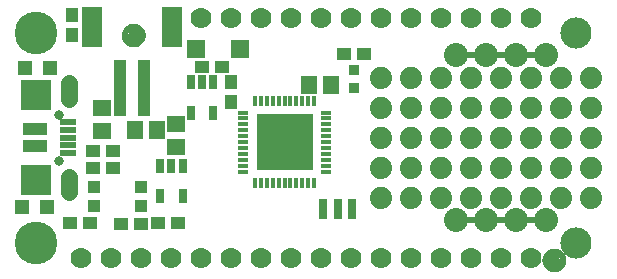
<source format=gbr>
G04 EAGLE Gerber RS-274X export*
G75*
%MOMM*%
%FSLAX34Y34*%
%LPD*%
%INSoldermask Top*%
%IPPOS*%
%AMOC8*
5,1,8,0,0,1.08239X$1,22.5*%
G01*
%ADD10C,2.641600*%
%ADD11R,6.667500X0.508000*%
%ADD12R,6.286500X0.508000*%
%ADD13R,1.601600X1.401600*%
%ADD14R,1.101600X1.201600*%
%ADD15R,1.201600X1.101600*%
%ADD16R,1.401600X1.601600*%
%ADD17R,1.301600X1.301600*%
%ADD18R,0.351600X0.901600*%
%ADD19R,0.901600X0.351600*%
%ADD20R,4.801600X4.801600*%
%ADD21C,1.101600*%
%ADD22C,0.500000*%
%ADD23R,1.101600X1.101600*%
%ADD24C,3.617600*%
%ADD25R,0.801600X1.801600*%
%ADD26C,0.801600*%
%ADD27R,2.601600X2.601600*%
%ADD28C,1.409600*%
%ADD29R,2.101600X1.101600*%
%ADD30R,1.450000X0.500000*%
%ADD31R,0.651600X1.301600*%
%ADD32R,1.501600X1.501600*%
%ADD33C,1.778000*%
%ADD34R,1.101600X4.701600*%
%ADD35R,1.701600X3.501600*%
%ADD36R,0.901600X0.901600*%
%ADD37C,2.032000*%
%ADD38C,1.879600*%


D10*
X482600Y203200D03*
X482600Y25400D03*
D11*
X419418Y44450D03*
D12*
X418783Y184150D03*
D13*
X80880Y120090D03*
X80880Y139090D03*
D14*
X190670Y144410D03*
X190670Y161410D03*
D13*
X143660Y125740D03*
X143660Y106740D03*
D15*
X73690Y102680D03*
X90690Y102680D03*
X72998Y88787D03*
X89998Y88787D03*
D16*
X256152Y159054D03*
X275152Y159054D03*
D17*
X15950Y173590D03*
X36950Y173590D03*
D18*
X210585Y75740D03*
X215585Y75740D03*
X220585Y75740D03*
X225585Y75740D03*
X230585Y75740D03*
X235585Y75740D03*
X240585Y75740D03*
X245585Y75740D03*
X250585Y75740D03*
X255585Y75740D03*
X260585Y75740D03*
D19*
X270335Y85490D03*
X270335Y90490D03*
X270335Y95490D03*
X270335Y100490D03*
X270335Y105490D03*
X270335Y110490D03*
X270335Y115490D03*
X270335Y120490D03*
X270335Y125490D03*
X270335Y130490D03*
X270335Y135490D03*
D18*
X260585Y145240D03*
X255585Y145240D03*
X250585Y145240D03*
X245585Y145240D03*
X240585Y145240D03*
X235585Y145240D03*
X230585Y145240D03*
X225585Y145240D03*
X220585Y145240D03*
X215585Y145240D03*
X210585Y145240D03*
D19*
X200835Y135490D03*
X200835Y130490D03*
X200835Y125490D03*
X200835Y120490D03*
X200835Y115490D03*
X200835Y110490D03*
X200835Y105490D03*
X200835Y100490D03*
X200835Y95490D03*
X200835Y90490D03*
X200835Y85490D03*
D20*
X235585Y110490D03*
D15*
X97418Y40906D03*
X114418Y40906D03*
D14*
X55880Y218050D03*
X55880Y201050D03*
D21*
X107950Y200660D03*
D22*
X115450Y200660D02*
X115448Y200841D01*
X115441Y201022D01*
X115430Y201203D01*
X115415Y201384D01*
X115395Y201564D01*
X115371Y201744D01*
X115343Y201923D01*
X115310Y202101D01*
X115273Y202278D01*
X115232Y202455D01*
X115187Y202630D01*
X115137Y202805D01*
X115083Y202978D01*
X115025Y203149D01*
X114963Y203320D01*
X114896Y203488D01*
X114826Y203655D01*
X114752Y203821D01*
X114673Y203984D01*
X114591Y204145D01*
X114505Y204305D01*
X114415Y204462D01*
X114321Y204617D01*
X114224Y204770D01*
X114122Y204920D01*
X114018Y205068D01*
X113909Y205214D01*
X113798Y205356D01*
X113682Y205496D01*
X113564Y205633D01*
X113442Y205768D01*
X113317Y205899D01*
X113189Y206027D01*
X113058Y206152D01*
X112923Y206274D01*
X112786Y206392D01*
X112646Y206508D01*
X112504Y206619D01*
X112358Y206728D01*
X112210Y206832D01*
X112060Y206934D01*
X111907Y207031D01*
X111752Y207125D01*
X111595Y207215D01*
X111435Y207301D01*
X111274Y207383D01*
X111111Y207462D01*
X110945Y207536D01*
X110778Y207606D01*
X110610Y207673D01*
X110439Y207735D01*
X110268Y207793D01*
X110095Y207847D01*
X109920Y207897D01*
X109745Y207942D01*
X109568Y207983D01*
X109391Y208020D01*
X109213Y208053D01*
X109034Y208081D01*
X108854Y208105D01*
X108674Y208125D01*
X108493Y208140D01*
X108312Y208151D01*
X108131Y208158D01*
X107950Y208160D01*
X115450Y200660D02*
X115448Y200479D01*
X115441Y200298D01*
X115430Y200117D01*
X115415Y199936D01*
X115395Y199756D01*
X115371Y199576D01*
X115343Y199397D01*
X115310Y199219D01*
X115273Y199042D01*
X115232Y198865D01*
X115187Y198690D01*
X115137Y198515D01*
X115083Y198342D01*
X115025Y198171D01*
X114963Y198000D01*
X114896Y197832D01*
X114826Y197665D01*
X114752Y197499D01*
X114673Y197336D01*
X114591Y197175D01*
X114505Y197015D01*
X114415Y196858D01*
X114321Y196703D01*
X114224Y196550D01*
X114122Y196400D01*
X114018Y196252D01*
X113909Y196106D01*
X113798Y195964D01*
X113682Y195824D01*
X113564Y195687D01*
X113442Y195552D01*
X113317Y195421D01*
X113189Y195293D01*
X113058Y195168D01*
X112923Y195046D01*
X112786Y194928D01*
X112646Y194812D01*
X112504Y194701D01*
X112358Y194592D01*
X112210Y194488D01*
X112060Y194386D01*
X111907Y194289D01*
X111752Y194195D01*
X111595Y194105D01*
X111435Y194019D01*
X111274Y193937D01*
X111111Y193858D01*
X110945Y193784D01*
X110778Y193714D01*
X110610Y193647D01*
X110439Y193585D01*
X110268Y193527D01*
X110095Y193473D01*
X109920Y193423D01*
X109745Y193378D01*
X109568Y193337D01*
X109391Y193300D01*
X109213Y193267D01*
X109034Y193239D01*
X108854Y193215D01*
X108674Y193195D01*
X108493Y193180D01*
X108312Y193169D01*
X108131Y193162D01*
X107950Y193160D01*
X107769Y193162D01*
X107588Y193169D01*
X107407Y193180D01*
X107226Y193195D01*
X107046Y193215D01*
X106866Y193239D01*
X106687Y193267D01*
X106509Y193300D01*
X106332Y193337D01*
X106155Y193378D01*
X105980Y193423D01*
X105805Y193473D01*
X105632Y193527D01*
X105461Y193585D01*
X105290Y193647D01*
X105122Y193714D01*
X104955Y193784D01*
X104789Y193858D01*
X104626Y193937D01*
X104465Y194019D01*
X104305Y194105D01*
X104148Y194195D01*
X103993Y194289D01*
X103840Y194386D01*
X103690Y194488D01*
X103542Y194592D01*
X103396Y194701D01*
X103254Y194812D01*
X103114Y194928D01*
X102977Y195046D01*
X102842Y195168D01*
X102711Y195293D01*
X102583Y195421D01*
X102458Y195552D01*
X102336Y195687D01*
X102218Y195824D01*
X102102Y195964D01*
X101991Y196106D01*
X101882Y196252D01*
X101778Y196400D01*
X101676Y196550D01*
X101579Y196703D01*
X101485Y196858D01*
X101395Y197015D01*
X101309Y197175D01*
X101227Y197336D01*
X101148Y197499D01*
X101074Y197665D01*
X101004Y197832D01*
X100937Y198000D01*
X100875Y198171D01*
X100817Y198342D01*
X100763Y198515D01*
X100713Y198690D01*
X100668Y198865D01*
X100627Y199042D01*
X100590Y199219D01*
X100557Y199397D01*
X100529Y199576D01*
X100505Y199756D01*
X100485Y199936D01*
X100470Y200117D01*
X100459Y200298D01*
X100452Y200479D01*
X100450Y200660D01*
X100452Y200841D01*
X100459Y201022D01*
X100470Y201203D01*
X100485Y201384D01*
X100505Y201564D01*
X100529Y201744D01*
X100557Y201923D01*
X100590Y202101D01*
X100627Y202278D01*
X100668Y202455D01*
X100713Y202630D01*
X100763Y202805D01*
X100817Y202978D01*
X100875Y203149D01*
X100937Y203320D01*
X101004Y203488D01*
X101074Y203655D01*
X101148Y203821D01*
X101227Y203984D01*
X101309Y204145D01*
X101395Y204305D01*
X101485Y204462D01*
X101579Y204617D01*
X101676Y204770D01*
X101778Y204920D01*
X101882Y205068D01*
X101991Y205214D01*
X102102Y205356D01*
X102218Y205496D01*
X102336Y205633D01*
X102458Y205768D01*
X102583Y205899D01*
X102711Y206027D01*
X102842Y206152D01*
X102977Y206274D01*
X103114Y206392D01*
X103254Y206508D01*
X103396Y206619D01*
X103542Y206728D01*
X103690Y206832D01*
X103840Y206934D01*
X103993Y207031D01*
X104148Y207125D01*
X104305Y207215D01*
X104465Y207301D01*
X104626Y207383D01*
X104789Y207462D01*
X104955Y207536D01*
X105122Y207606D01*
X105290Y207673D01*
X105461Y207735D01*
X105632Y207793D01*
X105805Y207847D01*
X105980Y207897D01*
X106155Y207942D01*
X106332Y207983D01*
X106509Y208020D01*
X106687Y208053D01*
X106866Y208081D01*
X107046Y208105D01*
X107226Y208125D01*
X107407Y208140D01*
X107588Y208151D01*
X107769Y208158D01*
X107950Y208160D01*
D21*
X464022Y10230D03*
D22*
X471522Y10230D02*
X471520Y10411D01*
X471513Y10592D01*
X471502Y10773D01*
X471487Y10954D01*
X471467Y11134D01*
X471443Y11314D01*
X471415Y11493D01*
X471382Y11671D01*
X471345Y11848D01*
X471304Y12025D01*
X471259Y12200D01*
X471209Y12375D01*
X471155Y12548D01*
X471097Y12719D01*
X471035Y12890D01*
X470968Y13058D01*
X470898Y13225D01*
X470824Y13391D01*
X470745Y13554D01*
X470663Y13715D01*
X470577Y13875D01*
X470487Y14032D01*
X470393Y14187D01*
X470296Y14340D01*
X470194Y14490D01*
X470090Y14638D01*
X469981Y14784D01*
X469870Y14926D01*
X469754Y15066D01*
X469636Y15203D01*
X469514Y15338D01*
X469389Y15469D01*
X469261Y15597D01*
X469130Y15722D01*
X468995Y15844D01*
X468858Y15962D01*
X468718Y16078D01*
X468576Y16189D01*
X468430Y16298D01*
X468282Y16402D01*
X468132Y16504D01*
X467979Y16601D01*
X467824Y16695D01*
X467667Y16785D01*
X467507Y16871D01*
X467346Y16953D01*
X467183Y17032D01*
X467017Y17106D01*
X466850Y17176D01*
X466682Y17243D01*
X466511Y17305D01*
X466340Y17363D01*
X466167Y17417D01*
X465992Y17467D01*
X465817Y17512D01*
X465640Y17553D01*
X465463Y17590D01*
X465285Y17623D01*
X465106Y17651D01*
X464926Y17675D01*
X464746Y17695D01*
X464565Y17710D01*
X464384Y17721D01*
X464203Y17728D01*
X464022Y17730D01*
X471522Y10230D02*
X471520Y10049D01*
X471513Y9868D01*
X471502Y9687D01*
X471487Y9506D01*
X471467Y9326D01*
X471443Y9146D01*
X471415Y8967D01*
X471382Y8789D01*
X471345Y8612D01*
X471304Y8435D01*
X471259Y8260D01*
X471209Y8085D01*
X471155Y7912D01*
X471097Y7741D01*
X471035Y7570D01*
X470968Y7402D01*
X470898Y7235D01*
X470824Y7069D01*
X470745Y6906D01*
X470663Y6745D01*
X470577Y6585D01*
X470487Y6428D01*
X470393Y6273D01*
X470296Y6120D01*
X470194Y5970D01*
X470090Y5822D01*
X469981Y5676D01*
X469870Y5534D01*
X469754Y5394D01*
X469636Y5257D01*
X469514Y5122D01*
X469389Y4991D01*
X469261Y4863D01*
X469130Y4738D01*
X468995Y4616D01*
X468858Y4498D01*
X468718Y4382D01*
X468576Y4271D01*
X468430Y4162D01*
X468282Y4058D01*
X468132Y3956D01*
X467979Y3859D01*
X467824Y3765D01*
X467667Y3675D01*
X467507Y3589D01*
X467346Y3507D01*
X467183Y3428D01*
X467017Y3354D01*
X466850Y3284D01*
X466682Y3217D01*
X466511Y3155D01*
X466340Y3097D01*
X466167Y3043D01*
X465992Y2993D01*
X465817Y2948D01*
X465640Y2907D01*
X465463Y2870D01*
X465285Y2837D01*
X465106Y2809D01*
X464926Y2785D01*
X464746Y2765D01*
X464565Y2750D01*
X464384Y2739D01*
X464203Y2732D01*
X464022Y2730D01*
X463841Y2732D01*
X463660Y2739D01*
X463479Y2750D01*
X463298Y2765D01*
X463118Y2785D01*
X462938Y2809D01*
X462759Y2837D01*
X462581Y2870D01*
X462404Y2907D01*
X462227Y2948D01*
X462052Y2993D01*
X461877Y3043D01*
X461704Y3097D01*
X461533Y3155D01*
X461362Y3217D01*
X461194Y3284D01*
X461027Y3354D01*
X460861Y3428D01*
X460698Y3507D01*
X460537Y3589D01*
X460377Y3675D01*
X460220Y3765D01*
X460065Y3859D01*
X459912Y3956D01*
X459762Y4058D01*
X459614Y4162D01*
X459468Y4271D01*
X459326Y4382D01*
X459186Y4498D01*
X459049Y4616D01*
X458914Y4738D01*
X458783Y4863D01*
X458655Y4991D01*
X458530Y5122D01*
X458408Y5257D01*
X458290Y5394D01*
X458174Y5534D01*
X458063Y5676D01*
X457954Y5822D01*
X457850Y5970D01*
X457748Y6120D01*
X457651Y6273D01*
X457557Y6428D01*
X457467Y6585D01*
X457381Y6745D01*
X457299Y6906D01*
X457220Y7069D01*
X457146Y7235D01*
X457076Y7402D01*
X457009Y7570D01*
X456947Y7741D01*
X456889Y7912D01*
X456835Y8085D01*
X456785Y8260D01*
X456740Y8435D01*
X456699Y8612D01*
X456662Y8789D01*
X456629Y8967D01*
X456601Y9146D01*
X456577Y9326D01*
X456557Y9506D01*
X456542Y9687D01*
X456531Y9868D01*
X456524Y10049D01*
X456522Y10230D01*
X456524Y10411D01*
X456531Y10592D01*
X456542Y10773D01*
X456557Y10954D01*
X456577Y11134D01*
X456601Y11314D01*
X456629Y11493D01*
X456662Y11671D01*
X456699Y11848D01*
X456740Y12025D01*
X456785Y12200D01*
X456835Y12375D01*
X456889Y12548D01*
X456947Y12719D01*
X457009Y12890D01*
X457076Y13058D01*
X457146Y13225D01*
X457220Y13391D01*
X457299Y13554D01*
X457381Y13715D01*
X457467Y13875D01*
X457557Y14032D01*
X457651Y14187D01*
X457748Y14340D01*
X457850Y14490D01*
X457954Y14638D01*
X458063Y14784D01*
X458174Y14926D01*
X458290Y15066D01*
X458408Y15203D01*
X458530Y15338D01*
X458655Y15469D01*
X458783Y15597D01*
X458914Y15722D01*
X459049Y15844D01*
X459186Y15962D01*
X459326Y16078D01*
X459468Y16189D01*
X459614Y16298D01*
X459762Y16402D01*
X459912Y16504D01*
X460065Y16601D01*
X460220Y16695D01*
X460377Y16785D01*
X460537Y16871D01*
X460698Y16953D01*
X460861Y17032D01*
X461027Y17106D01*
X461194Y17176D01*
X461362Y17243D01*
X461533Y17305D01*
X461704Y17363D01*
X461877Y17417D01*
X462052Y17467D01*
X462227Y17512D01*
X462404Y17553D01*
X462581Y17590D01*
X462759Y17623D01*
X462938Y17651D01*
X463118Y17675D01*
X463298Y17695D01*
X463479Y17710D01*
X463660Y17721D01*
X463841Y17728D01*
X464022Y17730D01*
D23*
X73980Y56770D03*
X73980Y72770D03*
X113980Y72770D03*
X113980Y56770D03*
D24*
X25400Y203200D03*
X25400Y25400D03*
D25*
X292561Y53866D03*
X280561Y53866D03*
X268561Y53866D03*
D26*
X44450Y133800D03*
X44450Y94800D03*
D27*
X25450Y78300D03*
X25450Y150300D03*
D28*
X53450Y147300D02*
X53450Y160380D01*
X53450Y81300D02*
X53450Y68220D01*
D29*
X24450Y121800D03*
X24450Y106800D03*
D30*
X52200Y127300D03*
X52200Y120800D03*
X52200Y114300D03*
X52200Y107800D03*
X52200Y101300D03*
D31*
X175108Y161083D03*
X165608Y161083D03*
X156108Y161083D03*
X156108Y135081D03*
X175108Y135081D03*
D32*
X197570Y189230D03*
X160570Y189230D03*
D33*
X444500Y12700D03*
X419100Y12700D03*
X393700Y12700D03*
X368300Y12700D03*
X342900Y12700D03*
X317500Y12700D03*
X292100Y12700D03*
X266700Y12700D03*
X241300Y12700D03*
X215900Y12700D03*
X190500Y12700D03*
X165100Y12700D03*
X139700Y12700D03*
X114300Y12700D03*
X88900Y12700D03*
X63500Y12700D03*
D34*
X96680Y156040D03*
X116680Y156040D03*
D35*
X72680Y208040D03*
X140680Y208040D03*
D33*
X165100Y215900D03*
X190500Y215900D03*
X215900Y215900D03*
X241300Y215900D03*
X266700Y215900D03*
X292100Y215900D03*
X317500Y215900D03*
X342900Y215900D03*
X368300Y215900D03*
X393700Y215900D03*
X419100Y215900D03*
X444500Y215900D03*
D31*
X149200Y90471D03*
X139700Y90471D03*
X130200Y90471D03*
X130200Y64469D03*
X149200Y64469D03*
D17*
X34630Y55880D03*
X13630Y55880D03*
D15*
X53730Y41910D03*
X70730Y41910D03*
D16*
X108610Y120650D03*
X127610Y120650D03*
D15*
X145660Y41910D03*
X128660Y41910D03*
X286140Y185420D03*
X303140Y185420D03*
D36*
X294640Y171450D03*
X294640Y156210D03*
D15*
X182490Y174244D03*
X165490Y174244D03*
D37*
X381000Y44450D03*
X406400Y44450D03*
X431800Y44450D03*
X457200Y44450D03*
X381000Y184150D03*
X406400Y184150D03*
X431800Y184150D03*
X457200Y184150D03*
D38*
X495300Y165100D03*
X495300Y139700D03*
X495300Y114300D03*
X495300Y88900D03*
X495300Y63500D03*
X469900Y63500D03*
X444500Y63500D03*
X419100Y63500D03*
X393700Y63500D03*
X368300Y63500D03*
X342900Y63500D03*
X342900Y88900D03*
X342900Y114300D03*
X342900Y139700D03*
X342900Y165100D03*
X368300Y165100D03*
X393700Y165100D03*
X419100Y165100D03*
X444500Y165100D03*
X469900Y165100D03*
X469900Y139700D03*
X469900Y114300D03*
X444500Y114300D03*
X368300Y114300D03*
X393700Y114300D03*
X419100Y114300D03*
X419100Y88900D03*
X393700Y88900D03*
X368300Y88900D03*
X444500Y88900D03*
X469900Y88900D03*
X444500Y139700D03*
X419100Y139700D03*
X393700Y139700D03*
X368300Y139700D03*
X317500Y165100D03*
X317500Y139700D03*
X317500Y114300D03*
X317500Y88900D03*
X317500Y63500D03*
M02*

</source>
